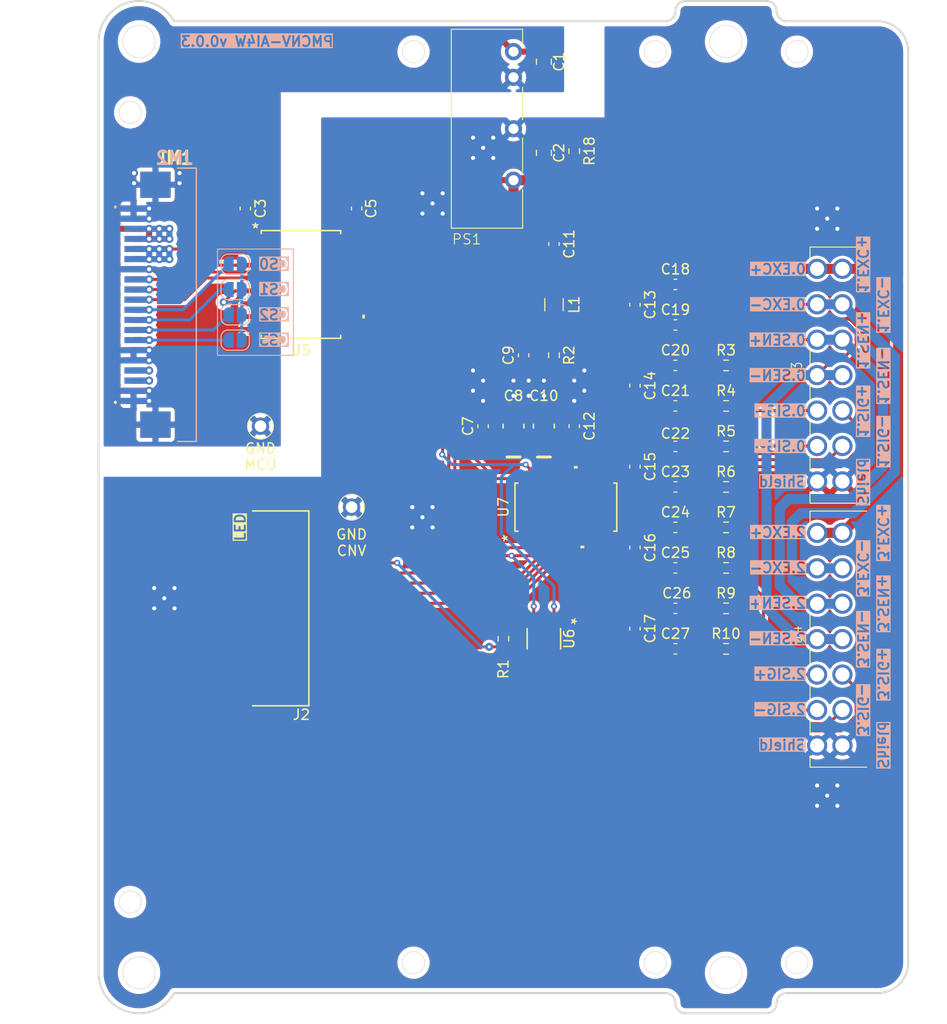
<source format=kicad_pcb>
(kicad_pcb (version 20241229) (generator "pcbnew") (generator_version "9.0")
  (title_block (title "${article} v${version}"))
  (layers (0 "F.Cu" signal) (2 "B.Cu" signal) (13 "F.Paste" user) (15 "B.Paste" user) (5 "F.SilkS" user "F.Silkscreen") (7 "B.SilkS" user "B.Silkscreen") (1 "F.Mask" user) (3 "B.Mask" user) (25 "Edge.Cuts" user))
  (property "article" "PMCNV-AI4W")
  (property "version" "0.0.3")
  (net 0 "")
  (net 1 "/AIN8")
  (net 2 "/SENSE-")
  (net 3 "/CS_LED")
  (net 4 "/AIN3")
  (net 5 "/AIN1")
  (net 6 "/SENSE+")
  (net 7 "/AIN2")
  (net 8 "/AIN5")
  (net 9 "/AIN6")
  (net 10 "/MISO_LED")
  (net 11 "Net-(L1-Pad1)")
  (net 12 "/0.SIG+")
  (net 13 "/0.SIG-")
  (net 14 "/1.SIG-")
  (net 15 "/1.SIG+")
  (net 16 "/2.SIG-")
  (net 17 "/2.SIG+")
  (net 18 "/3.SIG-")
  (net 19 "/3.SIG+")
  (net 20 "/CS3_MCU")
  (net 21 "/AIN4")
  (net 22 "/CS1_MCU")
  (net 23 "+5V_CNV")
  (net 24 "/CS0_MCU")
  (net 25 "/CS2_MCU")
  (net 26 "+3.3V_MCU")
  (net 27 "/SDA_MCU")
  (net 28 "/AIN7")
  (net 29 "/EXC-")
  (net 34 "/MISO_CNV")
  (net 35 "/MOSI_CNV")
  (net 36 "/CS_CNV")
  (net 37 "/SCK_CNV")
  (net 38 "DGND")
  (net 39 "GND_MCU")
  (net 40 "+5V_MCU")
  (net 41 "GND_CNV")
  (net 42 "+5V_CNV_FLT")
  (net 43 "/CS_MCU")
  (net 44 "/SCK_MCU")
  (net 45 "/MISO_MCU")
  (net 46 "/MOSI_MCU")
  (net 47 "/P1")
  (net 48 "/P3")
  (net 50 "/P0")
  (net 51 "/P2")
  (net 54 "/SCL_MCU")
  (footprint "Resistor_SMD:R_0603_1608Metric" (layer "F.Cu") (at 86.93 94.33)
    (property "Reference" "R5")
    (property "Value" "100R")
  )
  (footprint "Resistor_SMD:R_0603_1608Metric" (layer "F.Cu") (at 86.93 110.33)
    (property "Reference" "R9")
    (property "Value" "100R")
  )
  (footprint "Capacitor_SMD:C_0603_1608Metric" (layer "F.Cu") (at 81.93 86.33 180)
    (property "Reference" "C20")
    (property "Value" "1nF")
  )
  (footprint "Capacitor_SMD:C_0603_1608Metric" (layer "F.Cu") (at 81.93 90.33 180)
    (property "Reference" "C21")
    (property "Value" "1nF")
  )
  (footprint "Capacitor_SMD:C_0603_1608Metric" (layer "F.Cu") (at 66.93 85.33 90)
    (property "Reference" "C9")
    (property "Value" "100nF")
  )
  (footprint "Capacitor_SMD:C_0603_1608Metric" (layer "F.Cu") (at 77.93 112.33 90)
    (property "Reference" "C17")
    (property "Value" "10nF")
  )
  (footprint "kicad_inventree_lib:15EDGRHC-THR-3.5-14P" (layer "F.Cu") (at 95.93 90.79 90)
    (property "Reference" "J3")
    (property "Value" "15EDGRHC-THR-3.5-14P")
  )
  (footprint "kicad_inventree_lib:MountingHole_M3" (layer "F.Cu") (at 28.93 146.33)
    (property "Reference" "H2" (hide yes))
    (property "Value" "MountingHole_M3")
    (fp_circle (center 0 0) (end 1.6 0) (stroke (width 0.05)) (fill no) (layer "Edge.Cuts"))
  )
  (footprint "Capacitor_SMD:C_0603_1608Metric" (layer "F.Cu") (at 77.93 88.33 90)
    (property "Reference" "C14")
    (property "Value" "10nF")
  )
  (footprint "Capacitor_SMD:C_0603_1608Metric" (layer "F.Cu") (at 81.93 82.33 180)
    (property "Reference" "C19")
    (property "Value" "10nF")
  )
  (footprint "Capacitor_SMD:C_0603_1608Metric" (layer "F.Cu") (at 77.93 96.33 90)
    (property "Reference" "C15")
    (property "Value" "10nF")
  )
  (footprint "Capacitor_SMD:C_0603_1608Metric" (layer "F.Cu") (at 81.93 78.33 180)
    (property "Reference" "C18")
    (property "Value" "10nF")
  )
  (footprint "kicad_inventree_lib:5117" (layer "F.Cu") (at 49.93 100.33)
    (property "Reference" "U3" (hide yes))
    (property "Value" "5117" (hide yes))
  )
  (footprint "Resistor_SMD:R_0603_1608Metric" (layer "F.Cu") (at 69.93 85.33 -90)
    (property "Reference" "R2")
    (property "Value" "1R5")
  )
  (footprint "Capacitor_SMD:C_0603_1608Metric" (layer "F.Cu") (at 81.93 106.33 180)
    (property "Reference" "C25")
    (property "Value" "1nF")
  )
  (footprint "kicad_inventree_lib:5117" (layer "F.Cu") (at 40.93 92.33)
    (property "Reference" "U2" (hide yes))
    (property "Value" "5117" (hide yes))
  )
  (footprint "kicad_inventree_lib:PM-ESP32C3_v0.0.5" (layer "F.Cu") (at 25.053771 100.33)
    (property "Reference" "U1" (hide yes))
    (property "Value" "~" (hide yes))
    (fp_circle (center 3 -39) (end 4.1 -39) (stroke (width 0.05)) (fill no) (layer "Edge.Cuts"))
    (fp_circle (center 3 39) (end 4.1 39) (stroke (width 0.05)) (fill no) (layer "Edge.Cuts"))
    (fp_circle (center 31 -45) (end 32.1 -45) (stroke (width 0.05)) (fill no) (layer "Edge.Cuts"))
    (fp_circle (center 31 45) (end 32.1 45) (stroke (width 0.05)) (fill no) (layer "Edge.Cuts"))
  )
  (footprint "Resistor_SMD:R_0603_1608Metric" (layer "F.Cu") (at 86.93 90.33)
    (property "Reference" "R4")
    (property "Value" "100R")
  )
  (footprint "Capacitor_SMD:C_0603_1608Metric" (layer "F.Cu") (at 81.93 98.33 180)
    (property "Reference" "C23")
    (property "Value" "1nF")
  )
  (footprint "Capacitor_SMD:C_0603_1608Metric" (layer "F.Cu") (at 62.93 92.33 90)
    (property "Reference" "C7")
    (property "Value" "100nF")
  )
  (footprint "kicad_inventree_lib:MountingHole_M3" (layer "F.Cu") (at 86.93 146.33)
    (property "Reference" "H4" (hide yes))
    (property "Value" "MountingHole_M3")
    (fp_circle (center 0 0) (end 1.6 0) (stroke (width 0.05)) (fill no) (layer "Edge.Cuts"))
  )
  (footprint "Resistor_SMD:R_0603_1608Metric" (layer "F.Cu") (at 71.93 65.155 90)
    (property "Reference" "R18")
    (property "Value" "250R")
  )
  (footprint "Inductor_SMD:L_1206_3216Metric_Pad1.42x1.75mm_HandSolder" (layer "F.Cu") (at 69.93 80.33 90)
    (property "Reference" "L1")
    (property "Value" "1kΩ@100MHz")
  )
  (footprint "kicad_inventree_lib:15EDGRHC-THR-3.5-14P" (layer "F.Cu") (at 95.93 116.87 90)
    (property "Reference" "J4")
    (property "Value" "15EDGRHC-THR-3.5-14P")
  )
  (footprint "kicad_inventree_lib:CONN10_AFA07-S12_JUS" (layer "F.Cu") (at 42.93 110.33 90)
    (property "Reference" "J2")
    (property "Value" "AFA07-S12FCC-00")
  )
  (footprint "Resistor_SMD:R_0603_1608Metric" (layer "F.Cu") (at 64.93 113.33 90)
    (property "Reference" "R1")
    (property "Value" "10k")
  )
  (footprint "kicad_inventree_lib:TAJA_AVX-M" (layer "F.Cu") (at 65.93 92.33 90)
    (property "Reference" "C8")
    (property "Value" "10 uF")
  )
  (footprint "Capacitor_SMD:C_0603_1608Metric" (layer "F.Cu") (at 81.93 102.33 180)
    (property "Reference" "C24")
    (property "Value" "1nF")
  )
  (footprint "kicad_inventree_lib:SOIC16-WBW_CLG-M" (layer "F.Cu") (at 44.93 78.33)
    (property "Reference" "U5")
    (property "Value" "CA-IS3741HW")
  )
  (footprint "Capacitor_SMD:C_0603_1608Metric" (layer "F.Cu") (at 77.93 104.33 90)
    (property "Reference" "C16")
    (property "Value" "10nF")
  )
  (footprint "Capacitor_SMD:C_0805_2012Metric" (layer "F.Cu") (at 68.93 65.33 90)
    (property "Reference" "C2")
    (property "Value" "10uF")
  )
  (footprint "kicad_inventree_lib:AFA07S20FCA00" (layer "F.Cu") (at 31.93 80.33 90)
    (property "Reference" "JM1")
    (property "Value" "AFA07-S20FCC-00" (hide yes))
  )
  (footprint "kicad_inventree_lib:DBV6-M" (layer "F.Cu") (at 68.93 113.33 -90)
    (property "Reference" "U6")
    (property "Value" "SN74LVC2G14DBVR")
  )
  (footprint "Capacitor_SMD:C_0603_1608Metric" (layer "F.Cu") (at 81.93 114.33 180)
    (property "Reference" "C27")
    (property "Value" "1nF")
  )
  (footprint "Capacitor_SMD:C_0603_1608Metric" (layer "F.Cu") (at 69.93 74.33 90)
    (property "Reference" "C11")
    (property "Value" "100nF")
  )
  (footprint "kicad_inventree_lib:B2405LS-1WR3" (layer "F.Cu") (at 65.93 62.95 -90)
    (property "Reference" "PS1")
    (property "Value" "5V/5V")
  )
  (footprint "kicad_inventree_lib:RU_28_ADI" (layer "F.Cu") (at 71.105 100.33 90)
    (property "Reference" "U7")
    (property "Value" "AD7193BRUZ")
  )
  (footprint "kicad_inventree_lib:MountingHole_M3" (layer "F.Cu") (at 86.93 54.33)
    (property "Reference" "H3" (hide yes))
    (property "Value" "MountingHole_M3")
    (fp_circle (center 0 0) (end 1.6 0) (stroke (width 0.05)) (fill no) (layer "Edge.Cuts"))
  )
  (footprint "Capacitor_SMD:C_0805_2012Metric" (layer "F.Cu") (at 68.93 56.33 -90)
    (property "Reference" "C1")
    (property "Value" "4.7uF")
  )
  (footprint "kicad_inventree_lib:MountingHole_M3" (layer "F.Cu") (at 28.93 54.33)
    (property "Reference" "H1" (hide yes))
    (property "Value" "MountingHole_M3")
    (fp_circle (center 0 0) (end 1.6 0) (stroke (width 0.05)) (fill no) (layer "Edge.Cuts"))
  )
  (footprint "Capacitor_SMD:C_0603_1608Metric" (layer "F.Cu") (at 71.93 92.33 90)
    (property "Reference" "C12")
    (property "Value" "100nF")
  )
  (footprint "Resistor_SMD:R_0603_1608Metric" (layer "F.Cu") (at 86.93 102.33)
    (property "Reference" "R7")
    (property "Value" "100R")
  )
  (footprint "Capacitor_SMD:C_0603_1608Metric" (layer "F.Cu") (at 77.93 80.33 90)
    (property "Reference" "C13")
    (property "Value" "1uF")
  )
  (footprint "Capacitor_SMD:C_0603_1608Metric" (layer "F.Cu") (at 81.93 110.33 180)
    (property "Reference" "C26")
    (property "Value" "1nF")
  )
  (footprint "Resistor_SMD:R_0603_1608Metric" (layer "F.Cu") (at 86.93 86.33)
    (property "Reference" "R3")
    (property "Value" "100R")
  )
  (footprint "Capacitor_SMD:C_0603_1608Metric" (layer "F.Cu") (at 81.93 94.33 180)
    (property "Reference" "C22")
    (property "Value" "1nF")
  )
  (footprint "Resistor_SMD:R_0603_1608Metric" (layer "F.Cu") (at 86.93 106.33)
    (property "Reference" "R8")
    (property "Value" "100R")
  )
  (footprint "kicad_inventree_lib:PM_LED-xx-v0.0.1" (layer "F.Cu") (at 89.93 100.33)
    (property "Reference" "SP1" (hide yes))
    (property "Value" "~")
    (fp_circle (center -10 -45) (end -8.9 -45) (stroke (width 0.05)) (fill no) (layer "Edge.Cuts"))
    (fp_circle (center -10 45) (end -8.9 45) (stroke (width 0.05)) (fill no) (layer "Edge.Cuts"))
    (fp_circle (center 4 -45) (end 5.1 -45) (stroke (width 0.05)) (fill no) (layer "Edge.Cuts"))
    (fp_circle (center 4 45) (end 5.1 45) (stroke (width 0.05)) (fill no) (layer "Edge.Cuts"))
  )
  (footprint "kicad_inventree_lib:TAJA_AVX-M" (layer "F.Cu") (at 68.93 92.33 90)
    (property "Reference" "C10")
    (property "Value" "10 uF")
  )
  (footprint "Capacitor_SMD:C_0603_1608Metric" (layer "F.Cu") (at 50.43 70.83 -90)
    (property "Reference" "C5")
    (property "Value" "100nF")
  )
  (footprint "Capacitor_SMD:C_0603_1608Metric" (layer "F.Cu") (at 39.43 70.83 90)
    (property "Reference" "C3")
    (property "Value" "100nF")
  )
  (footprint "Resistor_SMD:R_0603_1608Metric" (layer "F.Cu") (at 86.93 98.33)
    (property "Reference" "R6")
    (property "Value" "100R")
  )
  (footprint "Resistor_SMD:R_0603_1608Metric" (layer "F.Cu") (at 86.93 114.33)
    (property "Reference" "R10")
    (property "Value" "100R")
  )
  (footprint "kicad_inventree_lib:SolderJumper-2_P1.3mm_Open_RoundedPad1.0x1.5mm" (layer "B.Cu") (at 38.43 83.83)
    (property "Reference" "JP4" (hide yes))
    (property "Value" "SolderJumper_2_Open")
  )
  (footprint "kicad_inventree_lib:SolderJumper-2_P1.3mm_Open_RoundedPad1.0x1.5mm" (layer "B.Cu") (at 38.43 76.33)
    (property "Reference" "JP1" (hide yes))
    (property "Value" "SolderJumper_2_Open")
  )
  (footprint "kicad_inventree_lib:SolderJumper-2_P1.3mm_Open_RoundedPad1.0x1.5mm" (layer "B.Cu") (at 38.43 78.83)
    (property "Reference" "JP2" (hide yes))
    (property "Value" "SolderJumper_2_Open")
  )
  (footprint "kicad_inventree_lib:AFA07S20FCA00" (layer "B.Cu") (at 31.93 80.33 -90)
    (property "Reference" "JM2")
    (property "Value" "AFA07-S20FCC-00" (hide yes))
  )
  (footprint "kicad_inventree_lib:SolderJumper-2_P1.3mm_Open_RoundedPad1.0x1.5mm" (layer "B.Cu") (at 38.43 81.33)
    (property "Reference" "JP3" (hide yes))
    (property "Value" "SolderJumper_2_Open")
  )
  (gr_rect (start 36.68 74.83) (end 44.18 85.33) (stroke (width 0.1)) (fill no) (layer "B.SilkS"))
  (gr_arc (start 81.93 51.33) (mid 82.222893 50.622893) (end 82.93 50.33) (stroke (width 0.2)) (layer "Edge.Cuts"))
  (gr_arc (start 81.93 51.33) (mid 81.637107 52.037107) (end 80.93 52.33) (stroke (width 0.2)) (layer "Edge.Cuts"))
  (gr_arc (start 101.93 52.33) (mid 104.05132 53.20868) (end 104.93 55.33) (stroke (width 0.2)) (layer "Edge.Cuts"))
  (gr_arc (start 90.93 50.33) (mid 91.637107 50.622893) (end 91.93 51.33) (stroke (width 0.2)) (layer "Edge.Cuts"))
  (gr_arc (start 82.93 150.33) (mid 82.222893 150.037107) (end 81.93 149.33) (stroke (width 0.2)) (layer "Edge.Cuts"))
  (gr_arc (start 91.93 149.33) (mid 91.637107 150.037107) (end 90.93 150.33) (stroke (width 0.2)) (layer "Edge.Cuts"))
  (gr_line (start 24.93 54.33) (end 24.93 146.33) (stroke (width 0.2)) (layer "Edge.Cuts"))
  (gr_line (start 101.93 52.33) (end 92.93 52.33) (stroke (width 0.2)) (layer "Edge.Cuts"))
  (gr_arc (start 24.93 54.33) (mid 26.101573 51.501573) (end 28.93 50.33) (stroke (width 0.2)) (layer "Edge.Cuts"))
  (gr_line (start 80.93 148.33) (end 32.3941 148.33) (stroke (width 0.2)) (layer "Edge.Cuts"))
  (gr_line (start 104.93 55.33) (end 104.93 145.33) (stroke (width 0.2)) (layer "Edge.Cuts"))
  (gr_line (start 32.402973 52.33) (end 80.93 52.33) (stroke (width 0.2)) (layer "Edge.Cuts"))
  (gr_line (start 82.93 150.33) (end 90.93 150.33) (stroke (width 0.2)) (layer "Edge.Cuts"))
  (gr_arc (start 91.93 149.33) (mid 92.222893 148.622893) (end 92.93 148.33) (stroke (width 0.2)) (layer "Edge.Cuts"))
  (gr_arc (start 32.394101 148.33) (mid 27.894724 150.193703) (end 24.93 146.33) (stroke (width 0.2)) (layer "Edge.Cuts"))
  (gr_arc (start 104.93 145.33) (mid 104.05132 147.45132) (end 101.93 148.33) (stroke (width 0.2)) (layer "Edge.Cuts"))
  (gr_line (start 92.93 148.33) (end 101.93 148.33) (stroke (width 0.2)) (layer "Edge.Cuts"))
  (gr_arc (start 28.93 50.33) (mid 30.931917 50.867006) (end 32.396314 52.333836) (stroke (width 0.2)) (layer "Edge.Cuts"))
  (gr_arc (start 80.93 148.33) (mid 81.637107 148.622893) (end 81.93 149.33) (stroke (width 0.2)) (layer "Edge.Cuts"))
  (gr_arc (start 92.93 52.33) (mid 92.222893 52.037107) (end 91.93 51.33) (stroke (width 0.2)) (layer "Edge.Cuts"))
  (gr_line (start 90.93 50.33) (end 82.93 50.33) (stroke (width 0.2)) (layer "Edge.Cuts"))
  (gr_text "GND\nCNV" (at 49.93 103.83 0) (layer "F.SilkS") (effects (font (size 1 1))))
  (gr_text "GND\nMCU" (at 40.93 95.33 0) (layer "F.SilkS") (effects (font (size 1 1))))
  (gr_text "LED" (at 38.93 100.83 90) (layer "F.SilkS" knockout) (effects (font (size 1 1) (thickness 0.2) (bold yes)) (justify right)))
  (gr_text "1.SIG-" (at 102.43 93.83 270) (layer "B.SilkS" knockout) (effects (font (size 1 1) (thickness 0.2) (bold yes)) (justify mirror)))
  (gr_text "3.SEN-" (at 100.43 113.33 270) (layer "B.SilkS" knockout) (effects (font (size 1 1) (thickness 0.2) (bold yes)) (justify mirror)))
  (gr_text "Shield" (at 102.43 123.83 270) (layer "B.SilkS" knockout) (effects (font (size 1 1) (thickness 0.2) (bold yes)) (justify mirror)))
  (gr_text "CS0" (at 40.68 76.33 0) (layer "B.SilkS" knockout) (effects (font (size 1 1) (thickness 0.2) (bold yes)) (justify right mirror)))
  (gr_text "CS3" (at 40.68 83.83 0) (layer "B.SilkS" knockout) (effects (font (size 1 1) (thickness 0.2) (bold yes)) (justify right mirror)))
  (gr_text "0.EXC+" (at 94.93 76.83 0) (layer "B.SilkS" knockout) (effects (font (size 1 1) (thickness 0.2) (bold yes)) (justify left mirror)))
  (gr_text "Shield" (at 94.93 97.83 0) (layer "B.SilkS" knockout) (effects (font (size 1 1) (thickness 0.2) (bold yes)) (justify left mirror)))
  (gr_text "2.SEN+" (at 94.93 109.83 0) (layer "B.SilkS" knockout) (effects (font (size 1 1) (thickness 0.2) (bold yes)) (justify left mirror)))
  (gr_text "2.EXC+" (at 94.93 102.83 0) (layer "B.SilkS" knockout) (effects (font (size 1 1) (thickness 0.2) (bold yes)) (justify left mirror)))
  (gr_text "3.EXC+" (at 102.43 102.83 270) (layer "B.SilkS" knockout) (effects (font (size 1 1) (thickness 0.2) (bold yes)) (justify mirror)))
  (gr_text "2.SEN-" (at 94.93 113.33 0) (layer "B.SilkS" knockout) (effects (font (size 1 1) (thickness 0.2) (bold yes)) (justify left mirror)))
  (gr_text "3.SEN+" (at 102.43 109.83 270) (layer "B.SilkS" knockout) (effects (font (size 1 1) (thickness 0.2) (bold yes)) (justify mirror)))
  (gr_text "0.SIG-" (at 94.93 94.33 0) (layer "B.SilkS" knockout) (effects (font (size 1 1) (thickness 0.2) (bold yes)) (justify left mirror)))
  (gr_text "1.SEN+" (at 100.43 83.83 270) (layer "B.SilkS" knockout) (effects (font (size 1 1) (thickness 0.2) (bold yes)) (justify mirror)))
  (gr_text "3.SIG-" (at 100.43 120.33 270) (layer "B.SilkS" knockout) (effects (font (size 1 1) (thickness 0.2) (bold yes)) (justify mirror)))
  (gr_text "0.SEN+" (at 94.93 83.83 0) (layer "B.SilkS" knockout) (effects (font (size 1 1) (thickness 0.2) (bold yes)) (justify left mirror)))
  (gr_text "0.SIG+" (at 94.93 90.83 0) (layer "B.SilkS" knockout) (effects (font (size 1 1) (thickness 0.2) (bold yes)) (justify left mirror)))
  (gr_text "CS1" (at 40.68 78.83 0) (layer "B.SilkS" knockout) (effects (font (size 1 1) (thickness 0.2) (bold yes)) (justify right mirror)))
  (gr_text "0.SEN-" (at 94.93 87.33 0) (layer "B.SilkS" knockout) (effects (font (size 1 1) (thickness 0.2) (bold yes)) (justify left mirror)))
  (gr_text "1.EXC-" (at 102.43 80.33 270) (layer "B.SilkS" knockout) (effects (font (size 1 1) (thickness 0.2) (bold yes)) (justify mirror)))
  (gr_text "1.SIG+" (at 100.43 90.83 270) (layer "B.SilkS" knockout) (effects (font (size 1 1) (thickness 0.2) (bold yes)) (justify mirror)))
  (gr_text "1.SEN-" (at 102.43 87.33 270) (layer "B.SilkS" knockout) (effects (font (size 1 1) (thickness 0.2) (bold yes)) (justify mirror)))
  (gr_text "2.SIG+" (at 94.93 116.83 0) (layer "B.SilkS" knockout) (effects (font (size 1 1) (thickness 0.2) (bold yes)) (justify left mirror)))
  (gr_text "1.EXC+" (at 100.43 76.33 270) (layer "B.SilkS" knockout) (effects (font (size 1 1) (thickness 0.2) (bold yes)) (justify mirror)))
  (gr_text "2.EXC-" (at 94.93 106.33 0) (layer "B.SilkS" knockout) (effects (font (size 1 1) (thickness 0.2) (bold yes)) (justify left mirror)))
  (gr_text "3.EXC-" (at 100.43 106.33 270) (layer "B.SilkS" knockout) (effects (font (size 1 1) (thickness 0.2) (bold yes)) (justify mirror)))
  (gr_text "Shield" (at 94.93 123.83 0) (layer "B.SilkS" knockout) (effects (font (size 1 1) (thickness 0.2) (bold yes)) (justify left mirror)))
  (gr_text "${article} v${version}" (at 32.93 54.33 0) (layer "B.SilkS" knockout) (effects (font (size 1 1) (thickness 0.2) (bold yes)) (justify right mirror)))
  (gr_text "Shield" (at 100.43 97.83 270) (layer "B.SilkS" knockout) (effects (font (size 1 1) (thickness 0.2) (bold yes)) (justify mirror)))
  (gr_text "0.EXC-" (at 94.93 80.33 0) (layer "B.SilkS" knockout) (effects (font (size 1 1) (thickness 0.2) (bold yes)) (justify left mirror)))
  (gr_text "3.SIG+" (at 102.43 116.83 270) (layer "B.SilkS" knockout) (effects (font (size 1 1) (thickness 0.2) (bold yes)) (justify mirror)))
  (gr_text "CS2" (at 40.68 81.33 0) (layer "B.SilkS" knockout) (effects (font (size 1 1) (thickness 0.2) (bold yes)) (justify right mirror)))
  (gr_text "2.SIG-" (at 94.93 120.33 0) (layer "B.SilkS" knockout) (effects (font (size 1 1) (thickness 0.2) (bold yes)) (justify left mirror)))
  (segment (start 73.379999 97.5106) (end 73.379999 96.280001) (width 0.3) (layer "F.Cu") (net 1))
  (segment (start 86.105 86.33) (end 82.705 86.33) (width 0.3) (layer "F.Cu") (net 1))
  (segment (start 76.533 93.03552) (end 76.533 93.035521) (width 0.3) (layer "F.Cu") (net 1))
  (segment (start 76.53 93.13) (end 76.53 93.03852) (width 0.3) (layer "F.Cu") (net 1))
  (segment (start 76.533 89.127) (end 77.93 87.73) (width 0.3) (layer "F.Cu") (net 1))
  (segment (start 77.93 87.555) (end 81.48 87.555) (width 0.3) (layer "F.Cu") (net 1))
  (segment (start 81.48 87.555) (end 82.705 86.33) (width 0.3) (layer "F.Cu") (net 1))
  (segment (start 73.379999 96.280001) (end 76.53 93.13) (width 0.3) (layer "F.Cu") (net 1))
  (segment (start 77.93 87.73) (end 77.93 87.555) (width 0.3) (layer "F.Cu") (net 1))
  (segment (start 76.53 93.03852) (end 76.533 93.03552) (width 0.3) (layer "F.Cu") (net 1))
  (segment (start 76.533 93.03552) (end 76.533 89.127) (width 0.3) (layer "F.Cu") (net 1))
  (segment (start 77.93 79.73) (end 77.93 79.555) (width 0.3) (layer "F.Cu") (net 2))
  (segment (start 97.89 85.33) (end 98.800603 85.33) (width 0.3) (layer "F.Cu") (net 2))
  (segment (start 74.937519 93.21396) (end 74.937521 93.21396) (width 0.3) (layer "F.Cu") (net 2))
  (segment (start 98.880603 82.33) (end 86.705 82.33) (width 0.3) (layer "F.Cu") (net 2))
  (segment (start 96.52 87.24) (end 96.52 87.29) (width 0.3) (layer "F.Cu") (net 2))
  (segment (start 72.522482 95.628998) (end 72.522481 95.628998) (width 0.3) (layer "F.Cu") (net 2))
  (segment (start 72.079999 96.080001) (end 72.229001 95.930999) (width 0.3) (layer "F.Cu") (net 2))
  (segment (start 75.231 92.920481) (end 75.231 92.920479) (width 0.3) (layer "F.Cu") (net 2))
  (segment (start 72.522479 95.629) (end 72.522482 95.628998) (width 0.3) (layer "F.Cu") (net 2))
  (segment (start 72.229001 95.922478) (end 72.229001 95.922479) (width 0.3) (layer "F.Cu") (net 2))
  (segment (start 72.815962 95.335518) (end 74.937519 93.21396) (width 0.3) (layer "F.Cu") (net 2))
  (segment (start 99.781 83.230397) (end 98.880603 82.33) (width 0.3) (layer "F.Cu") (net 2))
  (segment (start 99.781 84.349603) (end 99.781 83.230397) (width 0.3) (layer "F.Cu") (net 2))
  (segment (start 81.48 79.555) (end 82.705 78.33) (width 0.3) (layer "F.Cu") (net 2))
  (segment (start 86.705 82.33) (end 82.705 78.33) (width 0.3) (layer "F.Cu") (net 2))
  (segment (start 72.326827 95.824652) (end 72.522479 95.629) (width 0.3) (layer "F.Cu") (net 2))
  (segment (start 98.800603 85.33) (end 99.781 84.349603) (width 0.3) (layer "F.Cu") (net 2))
  (segment (start 75.231 92.920479) (end 75.33 92.821479) (width 0.3) (layer "F.Cu") (net 2))
  (segment (start 72.079999 97.5106) (end 72.079999 96.080001) (width 0.3) (layer "F.Cu") (net 2))
  (segment (start 72.229001 95.930999) (end 72.229001 95.922478) (width 0.3) (layer "F.Cu") (net 2))
  (segment (start 72.522482 95.628998) (end 72.522483 95.628998) (width 0.3) (layer "F.Cu") (net 2))
  (segment (start 95.93 87.29) (end 97.89 85.33) (width 0.3) (layer "F.Cu") (net 2))
  (segment (start 72.522482 95.628998) (end 72.815962 95.335518) (width 0.3) (layer "F.Cu") (net 2))
  (segment (start 74.937521 93.21396) (end 75.231 92.920481) (width 0.3) (layer "F.Cu") (net 2))
  (segment (start 72.229001 95.922478) (end 72.326827 95.824652) (width 0.3) (layer "F.Cu") (net 2))
  (segment (start 75.33 82.33) (end 77.93 79.73) (width 0.3) (layer "F.Cu") (net 2))
  (segment (start 75.33 92.821479) (end 75.33 82.33) (width 0.3) (layer "F.Cu") (net 2))
  (segment (start 77.93 79.555) (end 81.48 79.555) (width 0.3) (layer "F.Cu") (net 2))
  (segment (start 90.93 110.28) (end 90.93 90.38) (width 1) (layer "B.Cu") (net 2))
  (segment (start 95.93 113.37) (end 98.43 113.37) (width 1) (layer "B.Cu") (net 2))
  (segment (start 95.93 113.37) (end 94.02 113.37) (width 1) (layer "B.Cu") (net 2))
  (segment (start 94.02 113.37) (end 90.93 110.28) (width 1) (layer "B.Cu") (net 2))
  (segment (start 94.02 87.29) (end 98.43 87.29) (width 1) (layer "B.Cu") (net 2))
  (segment (start 90.93 90.38) (end 94.02 87.29) (width 1) (layer "B.Cu") (net 2))
  (segment (start 41.505996 113.829996) (end 39.374 113.829996) (width 0.3) (layer "F.Cu") (net 3))
  (segment (start 42.506 114.83) (end 41.505996 113.829996) (width 0.3) (layer "F.Cu") (net 3))
  (segment (start 63.243925 114.906) (end 63.167925 114.83) (width 0.3) (layer "F.Cu") (net 3))
  (segment (start 67.870849 114.906) (end 63.243925 114.906) (width 0.3) (layer "F.Cu") (net 3))
  (segment (start 67.979999 114.79685) (end 67.870849 114.906) (width 0.3) (layer "F.Cu") (net 3))
  (segment (start 63.167925 114.83) (end 42.506 114.83) (width 0.3) (layer "F.Cu") (net 3))
  (segment (start 74.679999 104.186) (end 75.598999 105.105) (width 0.3) (layer "F.Cu") (net 4))
  (segment (start 81.205 104.83) (end 82.705 106.33) (width 0.3) (layer "F.Cu") (net 4))
  (segment (start 78.205 104.83) (end 81.205 104.83) (width 0.3) (layer "F.Cu") (net 4))
  (segment (start 82.705 106.33) (end 86.105 106.33) (width 0.3) (layer "F.Cu") (net 4))
  (segment (start 75.598999 105.105) (end 77.93 105.105) (width 0.3) (layer "F.Cu") (net 4))
  (segment (start 77.93 105.105) (end 78.205 104.83) (width 0.3) (layer "F.Cu") (net 4))
  (segment (start 74.679999 103.1494) (end 74.679999 104.186) (width 0.3) (layer "F.Cu") (net 4))
  (segment (start 82.705 114.33) (end 86.105 114.33) (width 0.3) (layer "F.Cu") (net 5))
  (segment (start 77.93 113.105) (end 81.48 113.105) (width 0.3) (layer "F.Cu") (net 5))
  (segment (start 73.379999 103.1494) (end 73.379999 108.554999) (width 0.3) (layer "F.Cu") (net 5))
  (segment (start 73.379999 108.554999) (end 77.93 113.105) (width 0.3) (layer "F.Cu") (net 5))
  (segment (start 81.48 113.105) (end 82.705 114.33) (width 0.3) (layer "F.Cu") (net 5))
  (segment (start 72.730001 96.129999) (end 72.730004 96.129999) (width 0.3) (layer "F.Cu") (net 6))
  (segment (start 75.43852 93.421479) (end 75.438521 93.421481) (width 0.3) (layer "F.Cu") (net 6))
  (segment (start 75.93 92.930002) (end 75.93 83.28) (width 0.3) (layer "F.Cu") (net 6))
  (segment (start 73.023483 95.83652) (end 73.316962 95.54304) (width 0.3) (layer "F.Cu") (net 6))
  (segment (start 81.48 81.105) (end 82.705 82.33) (width 0.3) (layer "F.Cu") (net 6))
  (segment (start 73.316962 95.543038) (end 75.145041 93.71496) (width 0.3) (layer "F.Cu") (net 6))
  (segment (start 72.730001 97.5106) (end 72.730001 96.138519) (width 0.3) (layer "F.Cu") (net 6))
  (segment (start 73.316962 95.54304) (end 73.316962 95.543038) (width 0.3) (layer "F.Cu") (net 6))
  (segment (start 72.730004 96.129999) (end 73.023483 95.83652) (width 0.3) (layer "F.Cu") (net 6))
  (segment (start 75.43852 93.421479) (end 75.537521 93.322479) (width 0.3) (layer "F.Cu") (net 6))
  (segment (start 77.93 81.105) (end 81.48 81.105) (width 0.3) (layer "F.Cu") (net 6))
  (segment (start 75.537521 93.322479) (end 75.53752 93.322479) (width 0.3) (layer "F.Cu") (net 6))
  (segment (start 75.438521 93.421481) (end 75.438521 93.421479) (width 0.3) (layer "F.Cu") (net 6))
  (segment (start 75.537521 93.322479) (end 75.732 93.128002) (width 0.3) (layer "F.Cu") (net 6))
  (segment (start 77.93 81.28) (end 75.93 83.28) (width 0.3) (layer "F.Cu") (net 6))
  (segment (start 75.145042 93.71496) (end 75.438521 93.421479) (width 0.3) (layer "F.Cu") (net 6))
  (segment (start 75.732 93.128002) (end 75.93 92.930002) (width 0.3) (layer "F.Cu") (net 6))
  (segment (start 84.165 83.79) (end 95.93 83.79) (width 0.3) (layer "F.Cu") (net 6))
  (segment (start 75.732 93.128002) (end 75.732 93.128) (width 0.3) (layer "F.Cu") (net 6))
  (segment (start 77.93 81.105) (end 77.93 81.28) (width 0.3) (layer "F.Cu") (net 6))
  (segment (start 82.705 82.33) (end 84.165 83.79) (width 0.3) (layer "F.Cu") (net 6))
  (segment (start 72.730001 96.138519) (end 72.730001 96.129999) (width 0.3) (layer "F.Cu") (net 6))
  (segment (start 75.438521 93.421479) (end 75.43852 93.421479) (width 0.3) (layer "F.Cu") (net 6))
  (segment (start 95.93 109.87) (end 98.43 109.87) (width 1) (layer "B.Cu") (net 6))
  (segment (start 92.229001 100.430999) (end 93.13 99.53) (width 1) (layer "B.Cu") (net 6))
  (segment (start 102.43 96.33) (end 102.43 87.79) (width 1) (layer "B.Cu") (net 6))
  (segment (start 93.13 99.53) (end 99.23 99.53) (width 1) (layer "B.Cu") (net 6))
  (segment (start 98.43 83.79) (end 96.52 83.79) (width 1) (layer "B.Cu") (net 6))
  (segment (start 99.23 99.53) (end 102.43 96.33) (width 1) (layer "B.Cu") (net 6))
  (segment (start 92.229001 108.079001) (end 92.229001 100.430999) (width 1) (layer "B.Cu") (net 6))
  (segment (start 94.02 109.87) (end 92.229001 108.079001) (width 1) (layer "B.Cu") (net 6))
  (segment (start 102.43 87.79) (end 98.43 83.79) (width 1) (layer "B.Cu") (net 6))
  (segment (start 95.93 109.87) (end 94.02 109.87) (width 1) (layer "B.Cu") (net 6))
  (segment (start 77.93 111.555) (end 81.48 111.555) (width 0.3) (layer "F.Cu") (net 7))
  (segment (start 74.029998 107.654998) (end 77.93 111.555) (width 0.3) (layer "F.Cu") (net 7))
  (segment (start 74.029998 103.1494) (end 74.029998 107.654998) (width 0.3) (layer "F.Cu") (net 7))
  (segment (start 82.705 110.33) (end 86.105 110.33) (width 0.3) (layer "F.Cu") (net 7))
  (segment (start 81.48 111.555) (end 82.705 110.33) (width 0.3) (layer "F.Cu") (net 7))
  (segment (start 82.705 98.33) (end 86.105 98.33) (width 0.3) (layer "F.Cu") (net 8))
  (segment (start 81.48 97.105) (end 82.705 98.33) (width 0.3) (layer "F.Cu") (net 8))
  (segment (start 77.93 97.105) (end 81.48 97.105) (width 0.3) (layer "F.Cu") (net 8))
  (segment (start 75.33 97.5106) (end 77.5244 97.5106) (width 0.3) (layer "F.Cu") (net 8))
  (segment (start 77.5244 97.5106) (end 77.93 97.105) (width 0.3) (layer "F.Cu") (net 8))
  (segment (start 74.679999 97.5106) (end 74.679999 96.474) (width 0.3) (layer "F.Cu") (net 9))
  (segment (start 74.679999 96.474) (end 75.598999 95.555) (width 0.3) (layer "F.Cu") (net 9))
  (segment (start 81.48 95.555) (end 82.705 94.33) (width 0.3) (layer "F.Cu") (net 9))
  (segment (start 77.93 95.555) (end 81.48 95.555) (width 0.3) (layer "F.Cu") (net 9))
  (segment (start 82.705 94.33) (end 86.105 94.33) (width 0.3) (layer "F.Cu") (net 9))
  (segment (start 75.598999 95.555) (end 77.93 95.555) (width 0.3) (layer "F.Cu") (net 9))
  (segment (start 41.613194 114.829994) (end 39.374 114.829994) (width 0.3) (layer "F.Cu") (net 10))
  (segment (start 42.6132 115.83) (end 41.613194 114.829994) (width 0.3) (layer "F.Cu") (net 10))
  (segment (start 69.880001 115.6874) (end 69.880001 114.79685) (width 0.3) (layer "F.Cu") (net 10))
  (segment (start 69.737401 115.83) (end 69.880001 115.6874) (width 0.3) (layer "F.Cu") (net 10))
  (segment (start 42.6132 115.83) (end 69.737401 115.83) (width 0.3) (layer "F.Cu") (net 10))
  (segment (start 69.93 84.505) (end 69.93 81.8175) (width 1) (layer "F.Cu") (net 11))
  (segment (start 88.215 90.79) (end 95.93 90.79) (width 0.3) (layer "F.Cu") (net 12))
  (segment (start 87.755 90.33) (end 88.215 90.79) (width 0.3) (layer "F.Cu") (net 12))
  (segment (start 87.755 86.33) (end 87.004 87.081) (width 0.3) (layer "F.Cu") (net 13))
  (segment (start 87.004 90.838774) (end 90.455226 94.29) (width 0.3) (layer "F.Cu") (net 13))
  (segment (start 90.455226 94.29) (end 95.93 94.29) (width 0.3) (layer "F.Cu") (net 13))
  (segment (start 87.004 87.081) (end 87.004 90.838774) (width 0.3) (layer "F.Cu") (net 13))
  (segment (start 87.93 94.33) (end 89.241 95.641) (width 0.3) (layer "F.Cu") (net 14))
  (segment (start 87.755 94.33) (end 87.93 94.33) (width 0.3) (layer "F.Cu") (net 14))
  (segment (start 89.241 95.641) (end 97.079 95.641) (width 0.3) (layer "F.Cu") (net 14))
  (segment (start 97.079 95.641) (end 98.43 94.29) (width 0.3) (layer "F.Cu") (net 14))
  (segment (start 87.93 98.33) (end 89.93 96.33) (width 0.3) (layer "F.Cu") (net 15))
  (segment (start 98.300603 96.33) (end 99.93 94.700603) (width 0.3) (layer "F.Cu") (net 15))
  (segment (start 89.93 96.33) (end 98.300603 96.33) (width 0.3) (layer "F.Cu") (net 15))
  (segment (start 87.755 98.33) (end 87.93 98.33) (width 0.3) (layer "F.Cu") (net 15))
  (segment (start 99.93 94.700603) (end 99.93 92.29) (width 0.3) (layer "F.Cu") (net 15))
  (segment (start 99.93 92.29) (end 98.43 90.79) (width 0.3) (layer "F.Cu") (net 15))
  (segment (start 94.02 120.37) (end 90.03 116.38) (width 0.3) (layer "F.Cu") (net 16))
  (segment (start 87.004 103.081) (end 87.755 102.33) (width 0.3) (layer "F.Cu") (net 16))
  (segment (start 90.03 109.864774) (end 87.004 106.838774) (width 0.3) (layer "F.Cu") (net 16))
  (segment (start 87.004 106.838774) (end 87.004 103.081) (width 0.3) (layer "F.Cu") (net 16))
  (segment (start 90.03 116.38) (end 90.03 109.864774) (width 0.3) (layer "F.Cu") (net 16))
  (segment (start 94.02 120.37) (end 95.93 120.37) (width 0.3) (layer "F.Cu") (net 16))
  (segment (start 90.63 113.48) (end 90.63 109.205) (width 0.3) (layer "F.Cu") (net 17))
  (segment (start 90.63 109.205) (end 87.755 106.33) (width 0.3) (layer "F.Cu") (net 17))
  (segment (start 94.02 116.87) (end 90.63 113.48) (width 0.3) (layer "F.Cu") (net 17))
  (segment (start 94.02 116.87) (end 95.93 116.87) (width 0.3) (layer "F.Cu") (net 17))
  (segment (start 93.460397 121.721) (end 97.079 121.721) (width 0.3) (layer "F.Cu") (net 18))
  (segment (start 87.755 110.33) (end 87.93 110.33) (width 0.3) (layer "F.Cu") (net 18))
  (segment (start 89.529 111.929) (end 89.529 117.789603) (width 0.3) (layer "F.Cu") (net 18))
  (segment (start 87.93 110.33) (end 89.529 111.929) (width 0.3) (layer "F.Cu") (net 18))
  (segment (start 97.079 121.721) (end 98.43 120.37) (width 0.3) (layer "F.Cu") (net 18))
  (segment (start 89.529 117.789603) (end 93.460397 121.721) (width 0.3) (layer "F.Cu") (net 18))
  (segment (start 92.23 122.43) (end 98.280603 122.43) (width 0.3) (layer "F.Cu") (net 19))
  (segment (start 98.280603 122.43) (end 99.781 120.929603) (width 0.3) (layer "F.Cu") (net 19))
  (segment (start 87.755 117.955) (end 92.23 122.43) (width 0.3) (layer "F.Cu") (net 19))
  (segment (start 99.781 120.929603) (end 99.781 118.221) (width 0.3) (layer "F.Cu") (net 19))
  (segment (start 87.755 114.33) (end 87.755 117.955) (width 0.3) (layer "F.Cu") (net 19))
  (segment (start 99.781 118.221) (end 98.43 116.87) (width 0.3) (layer "F.Cu") (net 19))
  (segment (start 28.384 83.83) (end 29.93 83.83) (width 0.6) (layer "F.Cu") (net 20))
  (via (at 29.93 83.83) (size 0.8) (drill 0.4) (layers "F.Cu" "B.Cu") (net 20))
  (segment (start 29.93 83.83) (end 28.384 83.83) (width 0.6) (layer "B.Cu") (net 20))
  (segment (start 29.93 83.83) (end 37.78 83.83) (width 0.3) (layer "B.Cu") (net 20))
  (segment (start 81.48 103.555) (end 82.705 102.33) (width 0.3) (layer "F.Cu") (net 21))
  (segment (start 77.93 103.555) (end 81.48 103.555) (width 0.3) (layer "F.Cu") (net 21))
  (segment (start 82.705 102.33) (end 86.105 102.33) (width 0.3) (layer "F.Cu") (net 21))
  (segment (start 75.329998 103.1494) (end 77.5244 103.1494) (width 0.3) (layer "F.Cu") (net 21))
  (segment (start 77.5244 103.1494) (end 77.93 103.555) (width 0.3) (layer "F.Cu") (net 21))
  (segment (start 28.384 81.83) (end 29.93 81.83) (width 0.6) (layer "F.Cu") (net 22))
  (via (at 29.93 81.83) (size 0.8) (drill 0.4) (layers "F.Cu" "B.Cu") (net 22))
  (segment (start 37.78 78.83) (end 36.93 78.83) (width 0.3) (layer "B.Cu") (net 22))
  (segment (start 29.93 81.83) (end 28.384 81.83) (width 0.6) (layer "B.Cu") (net 22))
  (segment (start 33.93 81.83) (end 29.93 81.83) (width 0.3) (layer "B.Cu") (net 22))
  (segment (start 36.93 78.83) (end 33.93 81.83) (width 0.3) (layer "B.Cu") (net 22))
  (segment (start 39.374 105.830006) (end 37.8723 105.830006) (width 0.6) (layer "F.Cu") (net 23))
  (segment (start 50.43 71.605) (end 50.43 73.2618) (width 0.3) (layer "F.Cu") (net 23))
  (segment (start 54.43 105.830006) (end 39.374 105.830006) (width 0.3) (layer "F.Cu") (net 23))
  (segment (start 49.23 68.03) (end 65.93 68.03) (width 0.6) (layer "F.Cu") (net 23))
  (segment (start 65.388222 94.482) (end 64.307 94.482) (width 1) (layer "F.Cu") (net 23))
  (segment (start 68.879 113.8553) (end 68.93 113.9063) (width 0.3) (layer "F.Cu") (net 23))
  (segment (start 68.830001 96.630001) (end 65.93 93.73) (width 0.4) (layer "F.Cu") (net 23))
  (segment (start 64.307 94.482) (end 64.307 82.353) (width 1) (layer "F.Cu") (net 23))
  (segment (start 65.93 93.416663) (end 65.93 93.940222) (width 1) (layer "F.Cu") (net 23))
  (segment (start 64.307 94.482) (end 62.93 93.105) (width 1) (layer "F.Cu") (net 23))
  (segment (start 69.455 75.105) (end 65.93 71.58) (width 1) (layer "F.Cu") (net 23))
  (segment (start 65.93 93.73) (end 65.93 93.416663) (width 0.4) (layer "F.Cu") (net 23))
  (segment (start 65.93 68.03) (end 67.18 68.03) (width 1) (layer "F.Cu") (net 23))
  (segment (start 65.93 93.940222) (end 65.388222 94.482) (width 1) (layer "F.Cu") (net 23))
  (segment (start 67.8175 78.8425) (end 69.93 78.8425) (width 1) (layer "F.Cu") (net 23))
  (segment (start 69.93 78.8425) (end 69.93 75.105) (width 1) (layer "F.Cu") (net 23))
  (segment (start 68.93 113.9063) (end 68.93 114.79685) (width 0.3) (layer "F.Cu") (net 23))
  (segment (start 36.93 104.887706) (end 36.93 99.78) (width 0.6) (layer "F.Cu") (net 23))
  (segment (start 68.830001 97.5106) (end 68.830001 96.630001) (width 0.4) (layer "F.Cu") (net 23))
  (segment (start 38.38 98.33) (end 46.93 98.33) (width 0.6) (layer "F.Cu") (net 23))
  (segment (start 36.93 99.78) (end 38.38 98.33) (width 0.6) (layer "F.Cu") (net 23))
  (segment (start 64.905 114.13) (end 64.93 114.155) (width 0.3) (layer "F.Cu") (net 23))
  (segment (start 46.93 98.33) (end 47.93 97.33) (width 0.6) (layer "F.Cu") (net 23))
  (segment (start 47.93 97.33) (end 47.93 69.33) (width 0.6) (layer "F.Cu") (net 23))
  (segment (start 67.18 68.03) (end 68.93 66.28) (width 1) (layer "F.Cu") (net 23))
  (segment (start 65.93 71.58) (end 65.93 68.03) (width 1) (layer "F.Cu") (net 23))
  (segment (start 48.105 81.505) (end 47.93 81.33) (width 0.3) (layer "F.Cu") (net 23))
  (segment (start 49.8068 73.885) (end 48.485 73.885) (width 0.3) (layer "F.Cu") (net 23))
  (segment (start 65.2297 113.8553) (end 68.879 113.8553) (width 0.3) (layer "F.Cu") (net 23))
  (segment (start 69.93 75.105) (end 69.455 75.105) (width 1) (layer "F.Cu") (net 23))
  (segment (start 64.93 114.155) (end 65.2297 113.8553) (width 0.3) (layer "F.Cu") (net 23))
  (segment (start 48.485 73.885) (end 47.93 73.33) (width 0.3) (layer "F.Cu") (net 23))
  (segment (start 37.8723 105.830006) (end 36.93 104.887706) (width 0.6) (layer "F.Cu") (net 23))
  (segment (start 63.53 114.13) (end 64.905 114.13) (width 0.3) (layer "F.Cu") (net 23))
  (segment (start 49.8068 81.505) (end 48.105 81.505) (width 0.3) (layer "F.Cu") (net 23))
  (segment (start 64.307 82.353) (end 67.8175 78.8425) (width 1) (layer "F.Cu") (net 23))
  (segment (start 69.23 65.98) (end 68.93 66.28) (width 0.6) (layer "F.Cu") (net 23))
  (segment (start 47.93 69.33) (end 49.23 68.03) (width 0.6) (layer "F.Cu") (net 23))
  (segment (start 71.93 65.98) (end 69.23 65.98) (width 0.6) (layer "F.Cu") (net 23))
  (segment (start 50.43 73.2618) (end 49.8068 73.885) (width 0.3) (layer "F.Cu") (net 23))
  (via (at 63.53 114.13) (size 0.8) (drill 0.3) (layers "F.Cu" "B.Cu") (net 23))
  (via (at 54.43 105.830006) (size 0.6) (drill 0.3) (layers "F.Cu" "B.Cu") (net 23))
  (segment (start 54.43 105.830006) (end 62.729994 114.13) (width 0.3) (layer "B.Cu") (net 23))
  (segment (start 62.729994 114.13) (end 63.53 114.13) (width 0.3) (layer "B.Cu") (net 23))
  (segment (start 28.384 80.83) (end 29.93 80.83) (width 0.6) (layer "F.Cu") (net 24))
  (via (at 29.93 80.83) (size 0.8) (drill 0.4) (layers "F.Cu" "B.Cu") (net 24))
  (segment (start 33.28 80.83) (end 29.93 80.83) (width 0.3) (layer "B.Cu") (net 24))
  (segment (start 29.93 80.83) (end 28.384 80.83) (width 0.6) (layer "B.Cu") (net 24))
  (segment (start 37.78 76.33) (end 33.28 80.83) (width 0.3) (layer "B.Cu") (net 24))
  (segment (start 28.384 82.83) (end 29.93 82.83) (width 0.6) (layer "F.Cu") (net 25))
  (via (at 29.93 82.83) (size 0.8) (drill 0.4) (layers "F.Cu" "B.Cu") (net 25))
  (segment (start 37.78 81.33) (end 36.28 82.83) (width 0.3) (layer "B.Cu") (net 25))
  (segment (start 29.93 82.83) (end 28.384 82.83) (width 0.6) (layer "B.Cu") (net 25))
  (segment (start 36.28 82.83) (end 29.93 82.83) (width 0.3) (layer "B.Cu") (net 25))
  (segment (start 28.384 74.83) (end 29.93 74.83) (width 0.6) (layer "F.Cu") (net 26))
  (segment (start 40.0532 81.505) (end 40.739 81.505) (width 0.3) (layer "F.Cu") (net 26))
  (segment (start 40.0532 72.2282) (end 39.43 71.605) (width 0.3) (layer "F.Cu") (net 26))
  (segment (start 30.93 74.83) (end 31.93 74.83) (width 0.6) (layer "F.Cu") (net 26))
  (segment (start 31.93 74.83) (end 31.93 75.83) (width 0.6) (layer "F.Cu") (net 26))
  (segment (start 30.93 74.83) (end 30.93 75.83) (width 0.6) (layer "F.Cu") (net 26))
  (segment (start 30.93 75.83) (end 31.93 75.83) (width 0.6) (layer "F.Cu") (net 26))
  (segment (start 40.0532 73.885) (end 40.0532 72.2282) (width 0.3) (layer "F.Cu") (net 26))
  (segment (start 36.205 74.83) (end 31.93 74.83) (width 0.3) (layer "F.Cu") (net 26))
  (segment (start 29.93 74.83) (end 30.93 74.83) (width 0.6) (layer "F.Cu") (net 26))
  (segment (start 28.384 75.83) (end 29.93 75.83) (width 0.6) (layer "F.Cu") (net 26))
  (segment (start 29.93 75.83) (end 30.93 75.83) (width 0.6) (layer "F.Cu") (net 26))
  (segment (start 40.739 81.505) (end 41.8323 80.4117) (width 0.3) (layer "F.Cu") (net 26))
  (segment (start 39.43 71.605) (end 36.205 74.83) (width 0.3) (layer "F.Cu") (net 26))
  (segment (start 41.8323 80.4117) (end 41.8323 75.0637) (width 0.3) (layer "F.Cu") (net 26))
  (segment (start 41.8323 75.0637) (end 40.6536 73.885) (width 0.3) (layer "F.Cu") (net 26))
  (segment (start 29.93 74.83) (end 29.93 75.83) (width 0.6) (layer "F.Cu") (net 26))
  (segment (start 40.6536 73.885) (end 40.0532 73.885) (width 0.3) (layer "F.Cu") (net 26))
  (via (at 29.93 74.83) (size 0.8) (drill 0.4) (layers "F.Cu" "B.Cu") (net 26))
  (via (at 31.93 74.83) (size 0.8) (drill 0.4) (layers "F.Cu" "B.Cu") (net 26))
  (via (at 29.93 75.83) (size 0.8) (drill 0.4) (layers "F.Cu" "B.Cu") (net 26))
  (via (at 30.93 75.83) (size 0.8) (drill 0.4) (layers "F.Cu" "B.Cu") (net 26))
  (via (at 30.93 74.83) (size 0.8) (drill 0.4) (layers "F.Cu" "B.Cu") (net 26))
  (via (at 31.93 75.83) (size 0.8) (drill 0.4) (layers "F.Cu" "B.Cu") (net 26))
  (segment (start 31.93 74.83) (end 29.93 74.83) (width 0.6) (layer "B.Cu") (net 26))
  (segment (start 29.93 74.83) (end 29.93 75.83) (width 0.6) (layer "B.Cu") (net 26))
  (segment (start 29.93 75.83) (end 28.384 75.83) (width 0.6) (layer "B.Cu") (net 26))
  (segment (start 31.93 74.83) (end 31.93 75.83) (width 0.6) (layer "B.Cu") (net 26))
  (segment (start 31.93 75.83) (end 29.93 75.83) (width 0.6) (layer "B.Cu") (net 26))
  (segment (start 29.93 74.83) (end 28.384 74.83) (width 0.6) (layer "B.Cu") (net 26))
  (segment (start 30.93 74.83) (end 30.93 75.83) (width 0.6) (layer "B.Cu") (net 26))
  (segment (start 28.384 86.83) (end 29.93 86.83) (width 0.6) (layer "F.Cu") (net 27))
  (via (at 29.93 86.83) (size 0.8) (drill 0.4) (layers "F.Cu" "B.Cu") (net 27))
  (segment (start 29.93 86.83) (end 28.384 86.83) (width 0.6) (layer "B.Cu") (net 27))
  (segment (start 77.13 89.905) (end 77.93 89.105) (width 0.3) (layer "F.Cu") (net 28))
  (segment (start 77.13 93.33) (end 77.13 89.905) (width 0.3) (layer "F.Cu") (net 28))
  (segment (start 74.472479 95.973) (end 75.097999 95.347479) (width 0.3) (layer "F.Cu") (net 28))
  (segment (start 77.93 89.105) (end 81.48 89.105) (width 0.3) (layer "F.Cu") (net 28))
  (segment (start 81.48 89.105) (end 82.705 90.33) (width 0.3) (layer "F.Cu") (net 28))
  (segment (start 74.03 97.5106) (end 74.03 96.43) (width 0.3) (layer "F.Cu") (net 28))
  (segment (start 82.705 90.33) (end 86.105 90.33) (width 0.3) (layer "F.Cu") (net 28))
  (segment (start 74.178999 96.266479) (end 74.178999 96.26648) (width 0.3) (layer "F.Cu") (net 28))
  (segment (start 74.472478 95.973) (end 74.472479 95.973) (width 0.3) (layer "F.Cu") (net 28))
  (segment (start 74.178999 96.26648) (end 74.472478 95.973) (width 0.3) (layer "F.Cu") (net 28))
  (segment (start 75.391478 95.054) (end 75.406 95.054) (width 0.3) (layer "F.Cu") (net 28))
  (segment (start 74.03 96.43) (end 74.178999 96.281001) (width 0.3) (layer "F.Cu") (net 28))
  (segment (start 75.097999 95.347479) (end 75.391478 95.054) (width 0.3) (layer "F.Cu") (net 28))
  (segment (start 74.178999 96.281001) (end 74.178999 96.266479) (width 0.3) (layer "F.Cu") (net 28))
  (segment (start 75.406 95.054) (end 77.13 93.33) (width 0.3) (layer "F.Cu") (net 28))
  (segment (start 71.430001 97.5106) (end 71.430001 96.029999) (width 0.3) (layer "F.Cu") (net 29))
  (segment (start 72.314962 95.127998) (end 74.73 92.71296) (width 0.3) (layer "F.Cu") (net 29))
  (segment (start 74.73 81.03) (end 80.73 75.03) (width 0.3) (layer "F.Cu") (net 29))
  (segment (start 71.430001 96.029999) (end 71.578999 95.881001) (width 0.3) (layer "F.Cu") (net 29))
  (segment (start 71.578999 95.881001) (end 71.578999 95.872481) (width 0.3) (layer "F.Cu") (net 29))
  (segment (start 71.728001 95.723478) (end 71.728001 95.714958) (width 0.3) (layer "F.Cu") (net 29))
  (segment (start 71.728001 95.714958) (end 72.314958 95.127998) (width 0.3) (layer "F.Cu") (net 29))
  (segment (start 72.314958 95.127998) (end 72.314962 95.127998) (width 0.3) (layer "F.Cu") (net 29))
  (segment (start 80.73 75.03) (end 88.76 75.03) (width 0.3) (layer "F.Cu") (net 29))
  (segment (start 74.73 92.71296) (end 74.73 81.03) (width 0.3) (layer "F.Cu") (net 29))
  (segment (start 88.76 75.03) (end 94.02 80.29) (width 0.3) (layer "F.Cu") (net 29))
  (segment (start 71.578999 95.872481) (end 71.728001 95.723478) (width 0.3) (layer "F.Cu") (net 29))
  (segment (start 94.02 80.29) (end 95.93 80.29) (width 0.3) (layer "F.Cu") (net 29))
  (segment (start 95.93 106.37) (end 98.43 106.37) (width 1) (layer "B.Cu") (net 29))
  (segment (start 94.02 106.37) (end 93.43 105.78) (width 1) (layer "B.Cu") (net 29))
  (segment (start 98.43 80.29) (end 95.93 80.29) (width 1) (layer "B.Cu") (net 29))
  (segment (start 95.93 106.37) (end 94.02 106.37) (width 1) (layer "B.Cu") (net 29))
  (segment (start 94.33 100.93) (end 99.52847 100.93) (width 1) (layer "B.Cu") (net 29))
  (segment (start 103.631 96.82747) (end 103.631 85.491) (width 1) (layer "B.Cu") (net 29))
  (segment (start 103.631 85.491) (end 98.43 80.29) (width 1) (layer "B.Cu") (net 29))
  (segment (start 99.52847 100.93) (end 103.631 96.82747) (width 1) (layer "B.Cu") (net 29))
  (segment (start 93.43 101.83) (end 94.33 100.93) (width 1) (layer "B.Cu") (net 29))
  (segment (start 93.43 105.78) (end 93.43 101.83) (width 1) (layer "B.Cu") (net 29))
  (segment (start 69.93 111.813151) (end 69.880001 111.86315) (width 0.3) (layer "F.Cu") (net 34))
  (segment (start 58.4926 80.235) (end 49.8068 80.235) (width 0.3) (layer "F.Cu") (net 34))
  (segment (start 67.530001 96.530001) (end 67.13 96.13) (width 0.3) (layer "F.Cu") (net 34))
  (segment (start 58.93 95.077513) (end 58.93 80.6724) (width 0.3) (layer "F.Cu") (net 34))
  (segment (start 69.93 110.13) (end 69.93 111.813151) (width 0.3) (layer "F.Cu") (net 34))
  (segment (start 67.530001 97.5106) (end 67.530001 96.530001) (width 0.3) (layer "F.Cu") (net 34))
  (segment (start 58.93 80.6724) (end 58.4926 80.235) (width 0.3) (layer "F.Cu") (net 34))
  (segment (start 58.88 95.127513) (end 58.93 95.077513) (width 0.3) (layer "F.Cu") (net 34))
  (via (at 69.93 110.13) (size 0.6) (drill 0.3) (layers "F.Cu" "B.Cu") (net 34))
  (via (at 67.13 96.13) (size 0.6) (drill 0.3) (layers "F.Cu" "B.Cu") (net 34))
  (via (at 58.88 95.127513) (size 0.6) (drill 0.3) (layers "F.Cu" "B.Cu") (net 34))
  (segment (start 58.88 95.127513) (end 59.882487 96.13) (width 0.3) (layer "B.Cu") (net 34))
  (segment (start 67.13 96.13) (end 65.93 96.13) (width 0.3) (layer "B.Cu") (net 34))
  (segment (start 59.882487 96.13) (end 67.13 96.13) (width 0.3) (layer "B.Cu") (net 34))
  (segment (start 64.73 97.33) (end 64.73 102.93) (width 0.3) (layer "B.Cu") (net 34))
  (segment (start 65.93 96.13) (end 64.73 97.33) (width 0.3) (layer "B.Cu") (net 34))
  (segment (start 64.73 102.93) (end 69.93 108.13) (width 0.3) (layer "B.Cu") (net 34))
  (segment (start 69.93 110.13) (end 69.93 108.13) (width 0.3) (layer "B.Cu") (net 34))
  (segment (start 49.8068 76.425) (end 59.825 76.425) (width 0.3) (layer "F.Cu") (net 35))
  (segment (start 59.825 76.425) (end 60.73 77.33) (width 0.3) (layer "F.Cu") (net 35))
  (segment (start 66.88 97.5106) (end 64.1106 97.5106) (width 0.3) (layer "F.Cu") (net 35))
  (segment (start 60.73 94.13) (end 60.73 77.33) (width 0.3) (layer "F.Cu") (net 35))
  (segment (start 64.1106 97.5106) (end 60.73 94.13) (width 0.3) (layer "F.Cu") (net 35))
  (segment (start 62.82148 105.13) (end 65.73 105.13) (width 0.3) (layer "F.Cu") (net 36))
  (segment (start 67.338149 112.505) (end 67.979999 111.86315) (width 0.3) (layer "F.Cu") (net 36))
  (segment (start 64.93 112.505) (end 67.338149 112.505) (width 0.3) (layer "F.Cu") (net 36))
  (segment (start 59.922479 102.231) (end 62.82148 105.13) (width 0.3) (layer "F.Cu") (net 36))
  (segment (start 59.53 79.6) (end 59.53 101.83852) (width 0.3) (layer "F.Cu") (net 36))
  (segment (start 67.83852 105.13) (end 65.73 105.13) (width 0.3) (layer "F.Cu") (net 36))
  (segment (start 59.92248 102.231) (end 59.922479 102.231) (width 0.3) (layer "F.Cu") (net 36))
  (segment (start 67.93 111.813151) (end 67.979999 111.86315) (width 0.3) (layer "F.Cu") (net 36))
  (segment (start 67.93 110.13) (end 67.93 111.813151) (width 0.3) (layer "F.Cu") (net 36))
  (segment (start 58.895 78.965) (end 59.53 79.6) (width 0.3) (layer "F.Cu") (net 36))
  (segment (start 68.830001 103.1494) (end 68.830001 104.138519) (width 0.3) (layer "F.Cu") (net 36))
  (segment (start 49.8068 78.965) (end 58.895 78.965) (width 0.3) (layer "F.Cu") (net 36))
  (segment (start 59.53 101.83852) (end 59.92248 102.231) (width 0.3) (layer "F.Cu") (net 36))
  (segment (start 68.830001 104.138519) (end 67.83852 105.13) (width 0.3) (layer "F.Cu") (net 36))
  (via (at 67.93 110.13) (size 0.6) (drill 0.3) (layers "F.Cu" "B.Cu") (net 36))
  (via (at 65.73 105.13) (size 0.6) (drill 0.3) (layers "F.Cu" "B.Cu") (net 36))
  (segment (start 67.93 107.33) (end 67.93 110.13) (width 0.3) (layer "B.Cu") (net 36))
  (segment (start 65.73 105.13) (end 67.93 107.33) (width 0.3) (layer "B.Cu") (net 36))
  (segment (start 67.93 104.33) (end 62.73 104.33) (width 0.3) (layer "F.Cu") (net 37))
  (segment (start 62.73 104.33) (end 60.13 101.73) (width 0.3) (layer "F.Cu") (net 37))
  (segment (start 68.18 103.1494) (end 68.18 104.08) (width 0.3) (layer "F.Cu") (net 37))
  (segment (start 68.18 104.08) (end 67.93 104.33) (width 0.3) (layer "F.Cu") (net 37))
  (segment (start 59.295 77.695) (end 60.13 78.53) (width 0.3) (layer "F.Cu") (net 37))
  (segment (start 60.13 101.73) (end 60.13 78.53) (width 0.3) (layer "F.Cu") (net 37))
  (segment (start 49.8068 77.695) (end 59.295 77.695) (width 0.3) (layer "F.Cu") (net 37))
  (segment (start 28.384 88.83) (end 29.93 88.83) (width 0.6) (layer "F.Cu") (net 39))
  (segment (start 28.384 89.83) (end 29.93 89.83) (width 0.6) (layer "F.Cu") (net 39))
  (segment (start 28.384 71.83) (end 29.93 71.83) (width 0.6) (layer "F.Cu") (net 39))
  (segment (start 28.384 85.83) (end 29.93 85.83) (width 0.6) (layer "F.Cu") (net 39))
  (segment (start 28.384 76.83) (end 29.93 76.83) (width 0.6) (layer "F.Cu") (net 39))
  (segment (start 28.384 84.83) (end 29.93 84.83) (width 0.6) (layer "F.Cu") (net 39))
  (segment (start 28.384 70.83) (end 29.93 70.83) (width 0.6) (layer "F.Cu") (net 39))
  (via (at 29.93 89.83) (size 0.8) (drill 0.4) (layers "F.Cu" "B.Cu") (net 39))
  (via (at 29.93 71.83) (size 0.8) (drill 0.4) (layers "F.Cu" "B.Cu") (net 39))
  (via (at 29.93 84.83) (size 0.8) (drill 0.4) (layers "F.Cu" "B.Cu") (net 39))
  (via (at 29.93 76.83) (size 0.8) (drill 0.4) (layers "F.Cu" "B.Cu") (net 39))
  (via (at 29.93 70.83) (size 0.8) (drill 0.4) (layers "F.Cu" "B.Cu") (net 39))
  (via (at 32.93 68.33) (size 0.8) (drill 0.4) (layers "F.Cu" "B.Cu") (net 39))
  (via (at 32.93 67.33) (size 0.8) (drill 0.4) (layers "F.Cu" "B.Cu") (net 39))
  (via (at 29.93 85.83) (size 0.8) (drill 0.4) (layers "F.Cu" "B.Cu") (net 39))
  (via (at 29.93 88.83) (size 0.8) (drill 0.4) (layers "F.Cu" "B.Cu") (net 39))
  (via (at 28.43 68.33) (size 0.8) (drill 0.4) (layers "F.Cu" "B.Cu") (net 39))
  (via (at 28.43 67.33) (size 0.8) (drill 0.4) (layers "F.Cu" "B.Cu") (net 39))
  (segment (start 29.93 76.83) (end 28.384 76.83) (width 0.6) (layer "B.Cu") (net 39))
  (segment (start 29.93 85.83) (end 28.384 85.83) (width 0.6) (layer "B.Cu") (net 39))
  (segment (start 29.93 89.83) (end 28.384 89.83) (width 0.6) (layer "B.Cu") (net 39))
  (segment (start 29.93 71.83) (end 28.384 71.83) (width 0.6) (layer "B.Cu") (net 39))
  (segment (start 29.93 88.83) (end 28.384 88.83) (width 0.6) (layer "B.Cu") (net 39))
  (segment (start 29.93 70.83) (end 28.384 70.83) (width 0.6) (layer "B.Cu") (net 39))
  (segment (start 29.93 84.83) (end 28.384 84.83) (width 0.6) (layer "B.Cu") (net 39))
  (segment (start 65.93 55.33) (end 63.93 53.33) (width 0.6) (layer "F.Cu") (net 40))
  (segment (start 31.93 73.83) (end 29.93 73.83) (width 0.6) (layer "F.Cu") (net 40))
  (segment (start 31.93 72.83) (end 29.93 72.83) (width 0.6) (layer "F.Cu") (net 40))
  (segment (start 27.93 58.33) (end 25.93 60.33) (width 0.6) (layer "F.Cu") (net 40))
  (segment (start 68.88 55.33) (end 68.93 55.38) (width 0.6) (layer "F.Cu") (net 40))
  (segment (start 26.43 72.83) (end 28.384 72.83) (width 0.6) (layer "F.Cu") (net 40))
  (segment (start 25.93 72.33) (end 26.43 72.83) (width 0.6) (layer "F.Cu") (net 40))
  (segment (start 65.93 55.33) (end 68.88 55.33) (width 0.6) (layer "F.Cu") (net 40))
  (segment (start 29.93 72.83) (end 29.93 73.83) (width 0.6) (layer "F.Cu") (net 40))
  (segment (start 28.384 72.83) (end 29.93 72.83) (width 0.6) (layer "F.Cu") (net 40))
  (segment (start 31.93 72.83) (end 31.93 73.83) (width 0.6) (layer "F.Cu") (net 40))
  (segment (start 30.93 72.83) (end 30.93 73.83) (width 0.6) (layer "F.Cu") (net 40))
  (segment (start 30.93 58.33) (end 27.93 58.33) (width 0.6) (layer "F.Cu") (net 40))
  (segment (start 28.384 73.83) (end 29.93 73.83) (width 0.6) (layer "F.Cu") (net 40))
  (segment (start 25.93 60.33) (end 25.93 72.33) (width 0.6) (layer "F.Cu") (net 40))
  (segment (start 35.93 53.33) (end 30.93 58.33) (width 0.6) (layer "F.Cu") (net 40))
  (segment (start 63.93 53.33) (end 35.93 53.33) (width 0.6) (layer "F.Cu") (net 40))
  (via (at 30.93 73.83) (size 0.8) (drill 0.4) (layers "F.Cu" "B.Cu") (net 40))
  (via (at 31.93 72.83) (size 0.8) (drill 0.4) (layers "F.Cu" "B.Cu") (net 40))
  (via (at 31.93 73.83) (size 0.8) (drill 0.4) (layers "F.Cu" "B.Cu") (net 40))
  (via (at 30.93 72.83) (size 0.8) (drill 0.4) (layers "F.Cu" "B.Cu") (net 40))
  (via (at 29.93 73.83) (size 0.8) (drill 0.4) (layers "F.Cu" "B.Cu") (net 40))
  (via (at 29.93 72.83) (size 0.8) (drill 0.4) (layers "F.Cu" "B.Cu") (net 40))
  (segment (start 29.93 73.83) (end 28.384 73.83) (width 0.6) (layer "B.Cu") (net 40))
  (segment (start 30.93 72.83) (end 31.93 72.83) (width 0.6) (layer "B.Cu") (net 40))
  (segment (start 30.93 72.83) (end 30.93 73.83) (width 0.6) (layer "B.Cu") (net 40))
  (segment (start 29.93 72.83) (end 30.93 72.83) (width 0.6) (layer "B.Cu") (net 40))
  (segment (start 29.93 72.83) (end 28.384 72.83) (width 0.6) (layer "B.Cu") (net 40))
  (segment (start 30.93 73.83) (end 31.93 73.83) (width 0.6) (layer "B.Cu") (net 40))
  (segment (start 31.93 72.83) (end 31.93 73.83) (width 0.6) (layer "B.Cu") (net 40))
  (segment (start 29.93 73.83) (end 30.93 73.83) (width 0.6) (layer "B.Cu") (net 40))
  (via (at 58.93 69.33) (size 0.8) (drill 0.4) (layers "F.Cu" "B.Cu") (net 41))
  (via (at 56.93 71.33) (size 0.8) (drill 0.4) (layers "F.Cu" "B.Cu") (net 41))
  (via (at 97.93 129.83) (size 0.8) (drill 0.4) (layers "F.Cu" "B.Cu") (net 41))
  (via (at 57.93 70.33) (size 0.8) (drill 0.4) (layers "F.Cu" "B.Cu") (net 41))
  (via (at 57.93 100.33) (size 0.8) (drill 0.4) (layers "F.Cu" "B.Cu") (net 41))
  (via (at 95.93 129.83) (size 0.8) (drill 0.4) (layers "F.Cu" "B.Cu") (net 41))
  (via (at 61.93 88.83) (size 0.8) (drill 0.4) (layers "F.Cu" "B.Cu") (net 41))
  (via (at 58.93 71.33) (size 0.8) (drill 0.4) (layers "F.Cu" "B.Cu") (net 41))
  (via (at 57.93 102.33) (size 0.8) (drill 0.4) (layers "F.Cu" "B.Cu") (net 41))
  (via (at 65.93 87.83) (size 0.8) (drill 0.4) (layers "F.Cu" "B.Cu") (net 41))
  (via (at 95.93 72.83) (size 0.8) (drill 0.4) (layers "F.Cu" "B.Cu") (net 41))
  (via (at 97.93 70.83) (size 0.8) (drill 0.4) (layers "F.Cu" "B.Cu") (net 41))
  (via (at 68.93 87.83) (size 0.8) (drill 0.4) (layers "F.Cu" "B.Cu") (net 41))
  (via (at 56.93 69.33) (size 0.8) (drill 0.4) (layers "F.Cu" "B.Cu") (net 41))
  (via (at 55.93 102.33) (size 0.8) (drill 0.4) (layers "F.Cu" "B.Cu") (net 41))
  (via (at 61.93 86.83) (size 0.8) (drill 0.4) (layers "F.Cu" "B.Cu") (net 41))
  (via (at 55.93 100.33) (size 0.8) (drill 0.4) (layers "F.Cu" "B.Cu") (net 41))
  (via (at 32.43 108.33) (size 0.8) (drill 0.4) (layers "F.Cu" "B.Cu") (net 41))
  (via (at 56.93 101.33) (size 0.8) (drill 0.4) (layers "F.Cu" "B.Cu") (net 41))
  (via (at 30.43 110.33) (size 0.8) (drill 0.4) (layers "F.Cu" "B.Cu") (net 41))
  (via (at 63.93 65.83) (size 0.8) (drill 0.4) (layers "F.Cu" "B.Cu") (net 41))
  (via (at 67.43 87.83) (size 0.8) (drill 0.4) (layers "F.Cu" "B.Cu") (net 41))
  (via (at 96.93 128.83) (size 0.8) (drill 0.4) (layers "F.Cu" "B.Cu") (net 41))
  (via (at 96.93 71.83) (size 0.8) (drill 0.4) (layers "F.Cu" "B.Cu") (net 41))
  (via (at 61.93 65.83) (size 0.8) (drill 0.4) (layers "F.Cu" "B.Cu") (net 41))
  (via (at 95.93 127.83) (size 0.8) (drill 0.4) (layers "F.Cu" "B.Cu") (net 41))
  (via (at 72.93 86.83) (size 0.8) (drill 0.4) (layers "F.Cu" "B.Cu") (net 41))
  (via (at 65.93 89.33) (size 0.8) (drill 0.4) (layers "F.Cu" "B.Cu") (net 41))
  (via (at 67.43 89.33) (size 0.8) (drill 0.4) (layers "F.Cu" "B.Cu") (net 41))
  (via (at 72.93 88.83) (size 0.8) (drill 0.4) (layers "F.Cu" "B.Cu") (net 41))
  (via (at 62.93 89.83) (size 0.8) (drill 0.4) (layers "F.Cu" "B.Cu") (net 41))
  (via (at 68.93 89.33) (size 0.8) (drill 0.4) (layers "F.Cu" "B.Cu") (net 41))
  (via (at 95.93 70.83) (size 0.8) (drill 0.4) (layers "F.Cu" "B.Cu") (net 41))
  (via (at 31.43 109.33) (size 0.8) (drill 0.4) (layers "F.Cu" "B.Cu") (net 41))
  (via (at 30.43 108.33) (size 0.8) (drill 0.4) (layers "F.Cu" "B.Cu") (net 41))
  (via (at 71.93 89.83) (size 0.8) (drill 0.4) (layers "F.Cu" "B.Cu") (net 41))
  (via (at 61.93 63.83) (size 0.8) (drill 0.4) (layers "F.Cu" "B.Cu") (net 41))
  (via (at 62.93 64.83) (size 0.8) (drill 0.4) (layers "F.Cu" "B.Cu") (net 41))
  (via (at 97.93 127.83) (size 0.8) (drill 0.4) (layers "F.Cu" "B.Cu") (net 41))
  (via (at 71.93 87.83) (size 0.8) (drill 0.4) (layers "F.Cu" "B.Cu") (net 41))
  (via (at 63.93 63.83) (size 0.8) (drill 0.4) (layers "F.Cu" "B.Cu") (net 41))
  (via (at 97.93 72.83) (size 0.8) (drill 0.4) (layers "F.Cu" "B.Cu") (net 41))
  (via (at 32.43 110.33) (size 0.8) (drill 0.4) (layers "F.Cu" "B.Cu") (net 41))
  (via (at 62.93 87.83) (size 0.8) (drill 0.4) (layers "F.Cu" "B.Cu") (net 41))
  (segment (start 70.754 86.979) (end 69.93 86.155) (width 1) (layer "F.Cu") (net 42))
  (segment (start 69.93 86.155) (end 66.98 86.155) (width 1) (layer "F.Cu") (net 42))
  (segment (start 79.93 72.93) (end 90.16 72.93) (width 1) (layer "F.Cu") (net 42))
  (segment (start 90.16 72.93) (end 94.02 76.79) (width 1) (layer "F.Cu") (net 42))
  (segment (start 69.471778 94.482) (end 69.988422 94.482) (width 1) (layer "F.Cu") (net 42))
  (segment (start 66.98 86.155) (end 66.93 86.105) (width 1) (layer "F.Cu") (net 42))
  (segment (start 102.39 76.79) (end 103.929 78.329) (width 1) (layer "F.Cu") (net 42))
  (segment (start 69.988422 94.482) (end 70.754 93.716422) (width 1) (layer "F.Cu") (net 42))
  (segment (start 70.754 86.979) (end 72.13 85.603) (width 1) (layer "F.Cu") (net 42))
  (segment (start 98.43 102.87) (end 95.93 102.87) (width 1) (layer "F.Cu") (net 42))
  (segment (start 70.553 94.482) (end 71.93 93.105) (width 1) (layer "F.Cu") (net 42))
  (segment (start 68.93 93.416663) (end 68.93 93.940222) (width 1) (layer "F.Cu") (net 42))
  (segment (start 69.471778 94.482) (end 70.553 94.482) (width 1) (layer "F.Cu") (net 42))
  (segment (start 69.479999 97.5106) (end 69.479999 94.490221) (width 0.4) (layer "F.Cu") (net 42))
  (segment (start 103.929 97.371) (end 98.43 102.87) (width 1) (layer "F.Cu") (net 42))
  (segment (start 72.13 85.603) (end 72.13 80.73) (width 1) (layer "F.Cu") (net 42))
  (segment (start 72.13 80.73) (end 79.93 72.93) (width 1) (layer "F.Cu") (net 42))
  (segment (start 94.02 76.79) (end 102.39 76.79) (width 1) (layer "F.Cu") (net 42))
  (segment (start 69.479999 94.490221) (end 69.471778 94.482) (width 0.4) (layer "F.Cu") (net 42))
  (segment (start 68.93 93.940222) (end 69.471778 94.482) (width 1) (layer "F.Cu") (net 42))
  (segment (start 103.929 78.329) (end 103.929 97.371) (width 1) (layer "F.Cu") (net 42))
  (segment (start 70.754 93.716422) (end 70.754 86.979) (width 1) (layer "F.Cu") (net 42))
  (segment (start 38.417779 78.965) (end 37.30278 80.079999) (width 0.3) (layer "F.Cu") (net 43))
  (segment (start 40.0532 78.965) (end 38.417779 78.965) (width 0.3) (layer "F.Cu") (net 43))
  (via (at 37.30278 80.079999) (size 0.8) (drill 0.4) (layers "F.Cu" "B.Cu") (net 43))
  (segment (start 39.08 79.585) (end 39.08 78.83) (width 0.3) (layer "B.Cu") (net 43))
  (segment (start 39.08 76.33) (end 39.08 83.83) (width 0.3) (layer "B.Cu") (net 43))
  (segment (start 38.584999 80.079999) (end 39.08 79.585) (width 0.3) (layer "B.Cu") (net 43))
  (segment (start 37.30278 80.079999) (end 38.584999 80.079999) (width 0.3) (layer "B.Cu") (net 43))
  (segment (start 28.384 79.83) (end 29.93 79.83) (width 0.6) (layer "F.Cu") (net 44))
  (segment (start 33.43 79.83) (end 29.93 79.83) (width 0.3) (layer "F.Cu") (net 44))
  (segment (start 35.565 77.695) (end 33.43 79.83) (width 0.3) (layer "F.Cu") (net 44))
  (segment (start 40.0532 77.695) (end 35.565 77.695) (width 0.3) (layer "F.Cu") (net 44))
  (via (at 29.93 79.83) (size 0.8) (drill 0.4) (layers "F.Cu" "B.Cu") (net 44))
  (segment (start 29.93 79.83) (end 28.384 79.83) (width 0.6) (layer "B.Cu") (net 44))
  (segment (start 41.2027 77.1027) (end 41.3313 77.2313) (width 0.3) (layer "F.Cu") (net 45))
  (segment (start 41.3313 77.2313) (end 41.3313 79.6427) (width 0.3) (layer "F.Cu") (net 45))
  (segment (start 40.739 80.235) (end 40.0532 80.235) (width 0.3) (layer "F.Cu") (net 45))
  (segment (start 28.384 78.83) (end 29.93 78.83) (width 0.6) (layer "F.Cu") (net 45))
  (segment (start 33.43 78.83) (end 35.1573 77.1027) (width 0.3) (layer "F.Cu") (net 45))
  (segment (start 29.93 78.83) (end 33.43 78.83) (width 0.3) (layer "F.Cu") (net 45))
  (segment (start 35.1573 77.1027) (end 41.2027 77.1027) (width 0.3) (layer "F.Cu") (net 45))
  (segment (start 41.3313 79.6427) (end 40.739 80.235) (width 0.3) (layer "F.Cu") (net 45))
  (via (at 29.93 78.83) (size 0.8) (drill 0.4) (layers "F.Cu" "B.Cu") (net 45))
  (segment (start 29.93 78.83) (end 28.384 78.83) (width 0.6) (layer "B.Cu") (net 45))
  (segment (start 40.0532 76.425) (end 34.835 76.425) (width 0.3) (layer "F.Cu") (net 46))
  (segment (start 34.835 76.425) (end 33.43 77.83) (width 0.3) (layer "F.Cu") (net 46))
  (segment (start 33.43 77.83) (end 29.93 77.83) (width 0.3) (layer "F.Cu") (net 46))
  (segment (start 28.384 77.83) (end 29.93 77.83) (width 0.6) (layer "F.Cu") (net 46))
  (via (at 29.93 77.83) (size 0.8) (drill 0.4) (layers "F.Cu" "B.Cu") (net 46))
  (segment (start 29.93 77.83) (end 28.384 77.83) (width 0.6) (layer "B.Cu") (net 46))
  (segment (start 66.264081 108.83) (end 39.374 108.83) (width 0.3) (layer "F.Cu") (net 47))
  (segment (start 70.779999 104.314082) (end 66.264081 108.83) (width 0.3) (layer "F.Cu") (net 47))
  (segment (start 70.779999 103.1494) (end 70.779999 104.314082) (width 0.3) (layer "F.Cu") (net 47))
  (segment (start 69.479999 103.1494) (end 69.479999 104.197041) (width 0.3) (layer "F.Cu") (net 48))
  (segment (start 69.479999 104.197041) (end 66.847036 106.830004) (width 0.3) (layer "F.Cu") (net 48))
  (segment (start 66.847036 106.830004) (end 39.374 106.830004) (width 0.3) (layer "F.Cu") (net 48))
  (segment (start 65.972602 109.83) (end 39.374 109.83) (width 0.3) (layer "F.Cu") (net 50))
  (segment (start 71.429998 104.372604) (end 65.972602 109.83) (width 0.3) (layer "F.Cu") (net 50))
  (segment (start 71.429998 103.1494) (end 71.429998 104.372604) (width 0.3) (layer "F.Cu") (net 50))
  (segment (start 70.130001 104.25556) (end 70.130001 103.1494) (width 0.3) (layer "F.Cu") (net 51))
  (segment (start 39.374 107.830002) (end 66.555558 107.830002) (width 0.3) (layer "F.Cu") (net 51))
  (segment (start 66.555558 107.830002) (end 70.130001 104.25556) (width 0.3) (layer "F.Cu") (net 51))
  (segment (start 28.384 87.83) (end 29.93 87.83) (width 0.6) (layer "F.Cu") (net 54))
  (via (at 29.93 87.83) (size 0.8) (drill 0.4) (layers "F.Cu" "B.Cu") (net 54))
  (segment (start 29.93 87.83) (end 28.384 87.83) (width 0.6) (layer "B.Cu") (net 54))
  (zone (net 39) (net_name "GND_MCU") (layers "F.Cu" "B.Cu") (priority 1) (connect_pads (clearance 0.4)) (min_thickness 0.25) (fill yes (thermal_gap 0.4) (thermal_bridge_width 0.6))
    (polygon (pts (xy 42.93 94.33) (xy 23.93 94.33) (xy 23.93 50.33) (xy 70.93 50.33) (xy 70.93 59.33) (xy 42.93 59.33)))
  )
  (zone (net 41) (net_name "GND_CNV") (layers "F.Cu" "B.Cu") (connect_pads (clearance 0.3)) (min_thickness 0.25) (fill yes (thermal_gap 0.4) (thermal_bridge_width 0.6))
    (polygon (pts (xy 23.93 97.33) (xy 46.93 97.33) (xy 46.93 61.83) (xy 74.93 61.83) (xy 74.93 50.33) (xy 105.93 50.33) (xy 105.93 151.33) (xy 23.93 151.33)))
  )
)
</source>
